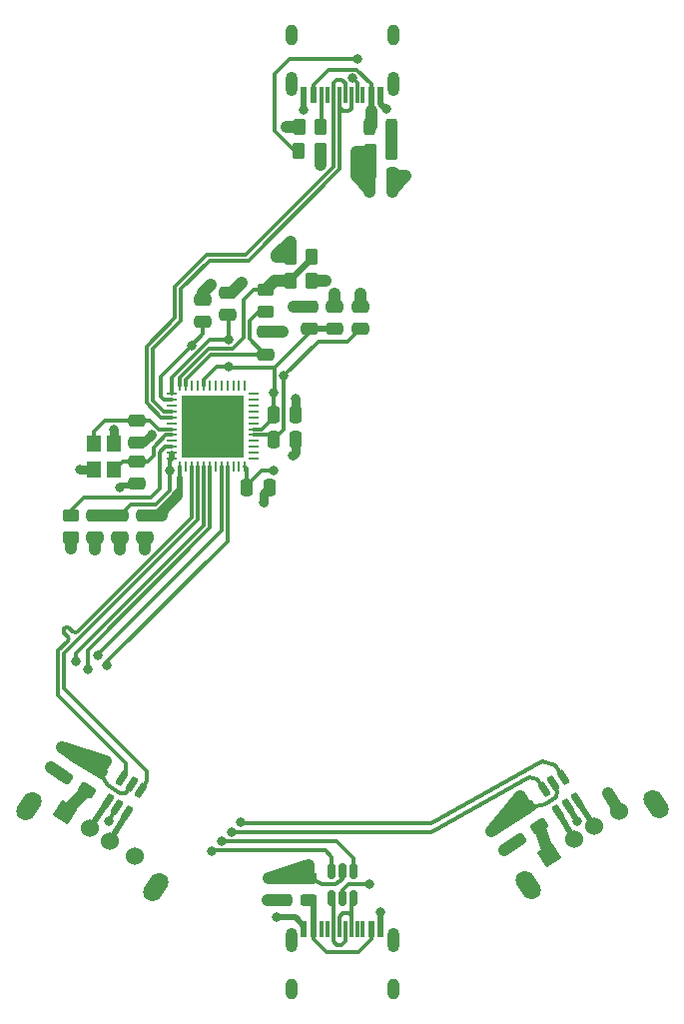
<source format=gbr>
%TF.GenerationSoftware,KiCad,Pcbnew,(6.0.8)*%
%TF.CreationDate,2022-12-04T22:26:40-08:00*%
%TF.ProjectId,Anduril USB Hub,416e6475-7269-46c2-9055-534220487562,rev?*%
%TF.SameCoordinates,Original*%
%TF.FileFunction,Copper,L1,Top*%
%TF.FilePolarity,Positive*%
%FSLAX46Y46*%
G04 Gerber Fmt 4.6, Leading zero omitted, Abs format (unit mm)*
G04 Created by KiCad (PCBNEW (6.0.8)) date 2022-12-04 22:26:40*
%MOMM*%
%LPD*%
G01*
G04 APERTURE LIST*
G04 Aperture macros list*
%AMRoundRect*
0 Rectangle with rounded corners*
0 $1 Rounding radius*
0 $2 $3 $4 $5 $6 $7 $8 $9 X,Y pos of 4 corners*
0 Add a 4 corners polygon primitive as box body*
4,1,4,$2,$3,$4,$5,$6,$7,$8,$9,$2,$3,0*
0 Add four circle primitives for the rounded corners*
1,1,$1+$1,$2,$3*
1,1,$1+$1,$4,$5*
1,1,$1+$1,$6,$7*
1,1,$1+$1,$8,$9*
0 Add four rect primitives between the rounded corners*
20,1,$1+$1,$2,$3,$4,$5,0*
20,1,$1+$1,$4,$5,$6,$7,0*
20,1,$1+$1,$6,$7,$8,$9,0*
20,1,$1+$1,$8,$9,$2,$3,0*%
%AMHorizOval*
0 Thick line with rounded ends*
0 $1 width*
0 $2 $3 position (X,Y) of the first rounded end (center of the circle)*
0 $4 $5 position (X,Y) of the second rounded end (center of the circle)*
0 Add line between two ends*
20,1,$1,$2,$3,$4,$5,0*
0 Add two circle primitives to create the rounded ends*
1,1,$1,$2,$3*
1,1,$1,$4,$5*%
%AMRotRect*
0 Rectangle, with rotation*
0 The origin of the aperture is its center*
0 $1 length*
0 $2 width*
0 $3 Rotation angle, in degrees counterclockwise*
0 Add horizontal line*
21,1,$1,$2,0,0,$3*%
G04 Aperture macros list end*
%TA.AperFunction,SMDPad,CuDef*%
%ADD10RoundRect,0.250000X-0.534936X-0.044369X-0.266286X-0.466065X0.534936X0.044369X0.266286X0.466065X0*%
%TD*%
%TA.AperFunction,ComponentPad*%
%ADD11RotRect,1.524000X1.524000X32.500000*%
%TD*%
%TA.AperFunction,ComponentPad*%
%ADD12C,1.524000*%
%TD*%
%TA.AperFunction,ComponentPad*%
%ADD13HorizOval,1.600000X-0.268650X0.421696X0.268650X-0.421696X0*%
%TD*%
%TA.AperFunction,SMDPad,CuDef*%
%ADD14RoundRect,0.250000X-0.475000X0.250000X-0.475000X-0.250000X0.475000X-0.250000X0.475000X0.250000X0*%
%TD*%
%TA.AperFunction,SMDPad,CuDef*%
%ADD15RoundRect,0.150000X0.401875X-0.351643X-0.148857X0.512833X-0.401875X0.351643X0.148857X-0.512833X0*%
%TD*%
%TA.AperFunction,SMDPad,CuDef*%
%ADD16RoundRect,0.243750X0.456250X-0.243750X0.456250X0.243750X-0.456250X0.243750X-0.456250X-0.243750X0*%
%TD*%
%TA.AperFunction,SMDPad,CuDef*%
%ADD17RoundRect,0.250000X0.262500X0.450000X-0.262500X0.450000X-0.262500X-0.450000X0.262500X-0.450000X0*%
%TD*%
%TA.AperFunction,SMDPad,CuDef*%
%ADD18RoundRect,0.250000X-0.262500X-0.450000X0.262500X-0.450000X0.262500X0.450000X-0.262500X0.450000X0*%
%TD*%
%TA.AperFunction,SMDPad,CuDef*%
%ADD19RoundRect,0.250000X-0.450000X0.262500X-0.450000X-0.262500X0.450000X-0.262500X0.450000X0.262500X0*%
%TD*%
%TA.AperFunction,SMDPad,CuDef*%
%ADD20RoundRect,0.250000X0.475000X-0.250000X0.475000X0.250000X-0.475000X0.250000X-0.475000X-0.250000X0*%
%TD*%
%TA.AperFunction,SMDPad,CuDef*%
%ADD21RoundRect,0.150000X0.150000X-0.512500X0.150000X0.512500X-0.150000X0.512500X-0.150000X-0.512500X0*%
%TD*%
%TA.AperFunction,SMDPad,CuDef*%
%ADD22RoundRect,0.243750X0.253831X-0.450720X0.515764X-0.039566X-0.253831X0.450720X-0.515764X0.039566X0*%
%TD*%
%TA.AperFunction,SMDPad,CuDef*%
%ADD23R,0.600000X1.450000*%
%TD*%
%TA.AperFunction,SMDPad,CuDef*%
%ADD24R,0.300000X1.450000*%
%TD*%
%TA.AperFunction,ComponentPad*%
%ADD25O,1.000000X2.100000*%
%TD*%
%TA.AperFunction,ComponentPad*%
%ADD26O,1.000000X1.800000*%
%TD*%
%TA.AperFunction,SMDPad,CuDef*%
%ADD27RoundRect,0.250000X-0.250000X-0.475000X0.250000X-0.475000X0.250000X0.475000X-0.250000X0.475000X0*%
%TD*%
%TA.AperFunction,SMDPad,CuDef*%
%ADD28RoundRect,0.062500X0.062500X-0.337500X0.062500X0.337500X-0.062500X0.337500X-0.062500X-0.337500X0*%
%TD*%
%TA.AperFunction,SMDPad,CuDef*%
%ADD29RoundRect,0.062500X0.337500X-0.062500X0.337500X0.062500X-0.337500X0.062500X-0.337500X-0.062500X0*%
%TD*%
%TA.AperFunction,SMDPad,CuDef*%
%ADD30R,5.300000X5.300000*%
%TD*%
%TA.AperFunction,ComponentPad*%
%ADD31RotRect,1.524000X1.524000X327.500000*%
%TD*%
%TA.AperFunction,ComponentPad*%
%ADD32HorizOval,1.600000X-0.268650X-0.421696X0.268650X0.421696X0*%
%TD*%
%TA.AperFunction,SMDPad,CuDef*%
%ADD33RoundRect,0.243750X-0.243750X-0.456250X0.243750X-0.456250X0.243750X0.456250X-0.243750X0.456250X0*%
%TD*%
%TA.AperFunction,SMDPad,CuDef*%
%ADD34R,1.200000X1.400000*%
%TD*%
%TA.AperFunction,SMDPad,CuDef*%
%ADD35RoundRect,0.250000X-0.266286X0.466065X-0.534936X0.044369X0.266286X-0.466065X0.534936X-0.044369X0*%
%TD*%
%TA.AperFunction,SMDPad,CuDef*%
%ADD36RoundRect,0.150000X-0.148857X-0.512833X0.401875X0.351643X0.148857X0.512833X-0.401875X-0.351643X0*%
%TD*%
%TA.AperFunction,SMDPad,CuDef*%
%ADD37RoundRect,0.243750X0.515764X0.039566X0.253831X0.450720X-0.515764X-0.039566X-0.253831X-0.450720X0*%
%TD*%
%TA.AperFunction,ViaPad*%
%ADD38C,0.800000*%
%TD*%
%TA.AperFunction,ViaPad*%
%ADD39C,0.700000*%
%TD*%
%TA.AperFunction,Conductor*%
%ADD40C,1.000000*%
%TD*%
%TA.AperFunction,Conductor*%
%ADD41C,0.500000*%
%TD*%
%TA.AperFunction,Conductor*%
%ADD42C,0.300000*%
%TD*%
%TA.AperFunction,Conductor*%
%ADD43C,0.750000*%
%TD*%
G04 APERTURE END LIST*
D10*
%TO.P,C19,1*%
%TO.N,+5V*%
X126189565Y-99298778D03*
%TO.P,C19,2*%
%TO.N,GND*%
X127210435Y-100901222D03*
%TD*%
D11*
%TO.P,J4,1,VBUS*%
%TO.N,Net-(F4-Pad1)*%
X129968048Y-102118948D03*
D12*
%TO.P,J4,2,D-*%
%TO.N,Net-(J4-Pad2)*%
X132076527Y-100775699D03*
%TO.P,J4,3,D+*%
%TO.N,Net-(J4-Pad3)*%
X133763310Y-99701100D03*
%TO.P,J4,4,GND*%
%TO.N,GND*%
X135871788Y-98357851D03*
D13*
%TO.P,J4,5,Shield*%
%TO.N,unconnected-(J4-Pad5)*%
X138962383Y-97811752D03*
X128166972Y-104689187D03*
%TD*%
D14*
%TO.P,C6,1*%
%TO.N,+5V*%
X95638342Y-73306379D03*
%TO.P,C6,2*%
%TO.N,GND*%
X95638342Y-75206379D03*
%TD*%
D15*
%TO.P,U4,1,I/O1*%
%TO.N,Net-(J4-Pad2)*%
X130709956Y-98469792D03*
%TO.P,U4,2,GND*%
%TO.N,GND*%
X131511178Y-97959358D03*
%TO.P,U4,3,I/O2*%
%TO.N,Net-(J4-Pad3)*%
X132312400Y-97448923D03*
%TO.P,U4,4,I/O2*%
%TO.N,P3 D+*%
X131090044Y-95530208D03*
%TO.P,U4,5,VBUS*%
%TO.N,+5V*%
X130288822Y-96040642D03*
%TO.P,U4,6,I/O1*%
%TO.N,P3 D-*%
X129487600Y-96551077D03*
%TD*%
D16*
%TO.P,F3,1*%
%TO.N,Net-(F3-Pad1)*%
X109550000Y-105937500D03*
%TO.P,F3,2*%
%TO.N,+5V*%
X109550000Y-104062500D03*
%TD*%
D17*
%TO.P,FB1,1*%
%TO.N,Net-(F1-Pad2)*%
X116562500Y-42475000D03*
%TO.P,FB1,2*%
%TO.N,+5V*%
X114737500Y-42475000D03*
%TD*%
D18*
%TO.P,R1,1*%
%TO.N,Net-(J1-PadA5)*%
X108712500Y-42450000D03*
%TO.P,R1,2*%
%TO.N,GND*%
X110537500Y-42450000D03*
%TD*%
D19*
%TO.P,R3,1*%
%TO.N,Net-(R3-Pad1)*%
X89388342Y-73343879D03*
%TO.P,R3,2*%
%TO.N,GND*%
X89388342Y-75168879D03*
%TD*%
D20*
%TO.P,C14,1*%
%TO.N,VDD33*%
X111738342Y-57506379D03*
%TO.P,C14,2*%
%TO.N,GND*%
X111738342Y-55606379D03*
%TD*%
D21*
%TO.P,U3,1,I/O1*%
%TO.N,Net-(J3-PadA7)*%
X111450000Y-105737500D03*
%TO.P,U3,2,GND*%
%TO.N,GND*%
X112400000Y-105737500D03*
%TO.P,U3,3,I/O2*%
%TO.N,Net-(J3-PadA6)*%
X113350000Y-105737500D03*
%TO.P,U3,4,I/O2*%
%TO.N,P2 D+*%
X113350000Y-103462500D03*
%TO.P,U3,5,VBUS*%
%TO.N,+5V*%
X112400000Y-103462500D03*
%TO.P,U3,6,I/O1*%
%TO.N,P2 D-*%
X111450000Y-103462500D03*
%TD*%
D22*
%TO.P,F2,1*%
%TO.N,Net-(F2-Pad1)*%
X90696282Y-96590679D03*
%TO.P,F2,2*%
%TO.N,+5V*%
X91703718Y-95009321D03*
%TD*%
D14*
%TO.P,C12,1*%
%TO.N,VDD33*%
X91438342Y-73306379D03*
%TO.P,C12,2*%
%TO.N,GND*%
X91438342Y-75206379D03*
%TD*%
D23*
%TO.P,J3,A1,GND*%
%TO.N,GND*%
X109138342Y-108361379D03*
%TO.P,J3,A4,VBUS*%
%TO.N,Net-(F3-Pad1)*%
X109938342Y-108361379D03*
D24*
%TO.P,J3,A5,CC1*%
%TO.N,unconnected-(J3-PadA5)*%
X111138342Y-108361379D03*
%TO.P,J3,A6,D+*%
%TO.N,Net-(J3-PadA6)*%
X112138342Y-108361379D03*
%TO.P,J3,A7,D-*%
%TO.N,Net-(J3-PadA7)*%
X112638342Y-108361379D03*
%TO.P,J3,A8,SBU1*%
%TO.N,unconnected-(J3-PadA8)*%
X113638342Y-108361379D03*
D23*
%TO.P,J3,A9,VBUS*%
%TO.N,Net-(F3-Pad1)*%
X114838342Y-108361379D03*
%TO.P,J3,A12,GND*%
%TO.N,GND*%
X115638342Y-108361379D03*
%TO.P,J3,B1,GND*%
X115638342Y-108361379D03*
%TO.P,J3,B4,VBUS*%
%TO.N,Net-(F3-Pad1)*%
X114838342Y-108361379D03*
D24*
%TO.P,J3,B5,CC2*%
%TO.N,unconnected-(J3-PadB5)*%
X114138342Y-108361379D03*
%TO.P,J3,B6,D+*%
%TO.N,Net-(J3-PadA6)*%
X113138342Y-108361379D03*
%TO.P,J3,B7,D-*%
%TO.N,Net-(J3-PadA7)*%
X111638342Y-108361379D03*
%TO.P,J3,B8,SBU2*%
%TO.N,unconnected-(J3-PadB8)*%
X110638342Y-108361379D03*
D23*
%TO.P,J3,B9,VBUS*%
%TO.N,Net-(F3-Pad1)*%
X109938342Y-108361379D03*
%TO.P,J3,B12,GND*%
%TO.N,GND*%
X109138342Y-108361379D03*
D25*
%TO.P,J3,S1,SHIELD*%
%TO.N,unconnected-(J3-PadS1)*%
X116708342Y-109276379D03*
X108068342Y-109276379D03*
D26*
X108068342Y-113456379D03*
X116708342Y-113456379D03*
%TD*%
D27*
%TO.P,C13,1*%
%TO.N,VDD33*%
X104288342Y-70981379D03*
%TO.P,C13,2*%
%TO.N,GND*%
X106188342Y-70981379D03*
%TD*%
D28*
%TO.P,U1,1,VBAT*%
%TO.N,+5V*%
X98638342Y-69206379D03*
%TO.P,U1,2,NC*%
%TO.N,unconnected-(U1-Pad2)*%
X99138342Y-69206379D03*
%TO.P,U1,3,SWAP_USBDN1_DM/PRT_DIS_M1*%
%TO.N,P1 D-*%
X99638342Y-69206379D03*
%TO.P,U1,4,SWAP_USBDN1_DP/PRT_DIS_P1*%
%TO.N,P1 D+*%
X100138342Y-69206379D03*
%TO.P,U1,5,USBDN2_DM/PRT_DIS_M2*%
%TO.N,P2 D-*%
X100638342Y-69206379D03*
%TO.P,U1,6,USBDN2_DP/PRT_DIS_P2*%
%TO.N,P2 D+*%
X101138342Y-69206379D03*
%TO.P,U1,7,NC*%
%TO.N,unconnected-(U1-Pad7)*%
X101638342Y-69206379D03*
%TO.P,U1,8,USBDN3_DM/PRT_DIS_M3*%
%TO.N,P3 D-*%
X102138342Y-69206379D03*
%TO.P,U1,9,USBDN3_DP/PRT_DIS_P3*%
%TO.N,P3 D+*%
X102638342Y-69206379D03*
%TO.P,U1,10,USBDN4_DM/PRT_DIS_M4*%
%TO.N,P4 D-*%
X103138342Y-69206379D03*
%TO.P,U1,11,USBDN4_DP/PRT_DIS_P4*%
%TO.N,P4 D+*%
X103638342Y-69206379D03*
%TO.P,U1,12,VDDA33*%
%TO.N,VDD33*%
X104138342Y-69206379D03*
D29*
%TO.P,U1,13,SOF*%
%TO.N,unconnected-(U1-Pad13)*%
X104838342Y-68506379D03*
%TO.P,U1,14,SUSPEND*%
%TO.N,unconnected-(U1-Pad14)*%
X104838342Y-68006379D03*
%TO.P,U1,15,PRTPWR1/PRTCTL1*%
%TO.N,unconnected-(U1-Pad15)*%
X104838342Y-67506379D03*
%TO.P,U1,16,OCS1_N*%
%TO.N,unconnected-(U1-Pad16)*%
X104838342Y-67006379D03*
%TO.P,U1,17,VDDCR12*%
%TO.N,VDD12*%
X104838342Y-66506379D03*
%TO.P,U1,18,VDD33*%
%TO.N,VDD33*%
X104838342Y-66006379D03*
%TO.P,U1,19,PRTPWR2/PRTCTL2*%
%TO.N,unconnected-(U1-Pad19)*%
X104838342Y-65506379D03*
%TO.P,U1,20,OCS2_N*%
%TO.N,unconnected-(U1-Pad20)*%
X104838342Y-65006379D03*
%TO.P,U1,21,PRTPWR3/PRTCTL3*%
%TO.N,unconnected-(U1-Pad21)*%
X104838342Y-64506379D03*
%TO.P,U1,22,NC*%
%TO.N,unconnected-(U1-Pad22)*%
X104838342Y-64006379D03*
%TO.P,U1,23,NC*%
%TO.N,unconnected-(U1-Pad23)*%
X104838342Y-63506379D03*
%TO.P,U1,24,SPI_DI*%
%TO.N,unconnected-(U1-Pad24)*%
X104838342Y-63006379D03*
D28*
%TO.P,U1,25,SPI_CE_N*%
%TO.N,unconnected-(U1-Pad25)*%
X104138342Y-62306379D03*
%TO.P,U1,26,SPI_DO/SPI_SPD_SEL*%
%TO.N,unconnected-(U1-Pad26)*%
X103638342Y-62306379D03*
%TO.P,U1,27,SPI_CLK*%
%TO.N,unconnected-(U1-Pad27)*%
X103138342Y-62306379D03*
%TO.P,U1,28,UART_RX/OCS3_N*%
%TO.N,unconnected-(U1-Pad28)*%
X102638342Y-62306379D03*
%TO.P,U1,29,PRTPWR4/PRTCTL4*%
%TO.N,unconnected-(U1-Pad29)*%
X102138342Y-62306379D03*
%TO.P,U1,30,UART_TX/OCS4_N*%
%TO.N,unconnected-(U1-Pad30)*%
X101638342Y-62306379D03*
%TO.P,U1,31,SDA/SMBDATA*%
%TO.N,unconnected-(U1-Pad31)*%
X101138342Y-62306379D03*
%TO.P,U1,32,VDD33*%
%TO.N,VDD33*%
X100638342Y-62306379D03*
%TO.P,U1,33,SCL/SMBCLK*%
%TO.N,unconnected-(U1-Pad33)*%
X100138342Y-62306379D03*
%TO.P,U1,34,NC*%
%TO.N,unconnected-(U1-Pad34)*%
X99638342Y-62306379D03*
%TO.P,U1,35,RESET_N*%
%TO.N,RESET*%
X99138342Y-62306379D03*
%TO.P,U1,36,VBUS_DET*%
%TO.N,+3V3*%
X98638342Y-62306379D03*
D29*
%TO.P,U1,37,VDDA33*%
%TO.N,VDD33*%
X97938342Y-63006379D03*
%TO.P,U1,38,VDD12*%
%TO.N,VDD12*%
X97938342Y-63506379D03*
%TO.P,U1,39,FLEX_HSIC_UP_STROBE*%
%TO.N,unconnected-(U1-Pad39)*%
X97938342Y-64006379D03*
%TO.P,U1,40,FLEX_USBUP_DM/PRT_DIS_M0*%
%TO.N,UP D-*%
X97938342Y-64506379D03*
%TO.P,U1,41,FLEX_USBUP_DP/PRT_DIS_P0*%
%TO.N,UP D+*%
X97938342Y-65006379D03*
%TO.P,U1,42,FLEX_HSIC_UP_DATA*%
%TO.N,unconnected-(U1-Pad42)*%
X97938342Y-65506379D03*
%TO.P,U1,43,XTAL2*%
%TO.N,XTAL2*%
X97938342Y-66006379D03*
%TO.P,U1,44,XTAL1/REFCLK*%
%TO.N,XTAL1*%
X97938342Y-66506379D03*
%TO.P,U1,45,NC*%
%TO.N,unconnected-(U1-Pad45)*%
X97938342Y-67006379D03*
%TO.P,U1,46,RBIAS*%
%TO.N,Net-(R3-Pad1)*%
X97938342Y-67506379D03*
%TO.P,U1,47,VDDCOREREG*%
%TO.N,VDD33*%
X97938342Y-68006379D03*
%TO.P,U1,48,VDDA33*%
X97938342Y-68506379D03*
D30*
%TO.P,U1,49,EPAD*%
%TO.N,GND*%
X101388342Y-65756379D03*
%TD*%
D20*
%TO.P,C16,1*%
%TO.N,VDD12*%
X100588342Y-56906379D03*
%TO.P,C16,2*%
%TO.N,GND*%
X100588342Y-55006379D03*
%TD*%
%TO.P,C9,1*%
%TO.N,VDD33*%
X109588342Y-57506379D03*
%TO.P,C9,2*%
%TO.N,GND*%
X109588342Y-55606379D03*
%TD*%
%TO.P,C3,1*%
%TO.N,GND*%
X94988342Y-67156379D03*
%TO.P,C3,2*%
%TO.N,XTAL2*%
X94988342Y-65256379D03*
%TD*%
D27*
%TO.P,C15,1*%
%TO.N,VDD12*%
X106538342Y-66906379D03*
%TO.P,C15,2*%
%TO.N,GND*%
X108438342Y-66906379D03*
%TD*%
D31*
%TO.P,J2,1,VBUS*%
%TO.N,Net-(F2-Pad1)*%
X88904897Y-98473916D03*
D12*
%TO.P,J2,2,D-*%
%TO.N,Net-(J2-Pad2)*%
X91013376Y-99817165D03*
%TO.P,J2,3,D+*%
%TO.N,Net-(J2-Pad3)*%
X92700159Y-100891764D03*
%TO.P,J2,4,GND*%
%TO.N,GND*%
X94808637Y-102235013D03*
D32*
%TO.P,J2,5,Shield*%
%TO.N,unconnected-(J2-Pad5)*%
X85814302Y-97927817D03*
X96609713Y-104805252D03*
%TD*%
D14*
%TO.P,C4,1*%
%TO.N,GND*%
X105888342Y-57756379D03*
%TO.P,C4,2*%
%TO.N,RESET*%
X105888342Y-59656379D03*
%TD*%
D33*
%TO.P,F1,1*%
%TO.N,VCC*%
X114700842Y-40406379D03*
%TO.P,F1,2*%
%TO.N,Net-(F1-Pad2)*%
X116575842Y-40406379D03*
%TD*%
D23*
%TO.P,J1,A1,GND*%
%TO.N,GND*%
X115638342Y-37701379D03*
%TO.P,J1,A4,VBUS*%
%TO.N,VCC*%
X114838342Y-37701379D03*
D24*
%TO.P,J1,A5,CC1*%
%TO.N,Net-(J1-PadA5)*%
X113638342Y-37701379D03*
%TO.P,J1,A6,D+*%
%TO.N,UP D+*%
X112638342Y-37701379D03*
%TO.P,J1,A7,D-*%
%TO.N,UP D-*%
X112138342Y-37701379D03*
%TO.P,J1,A8,SBU1*%
%TO.N,unconnected-(J1-PadA8)*%
X111138342Y-37701379D03*
D23*
%TO.P,J1,A9,VBUS*%
%TO.N,VCC*%
X109938342Y-37701379D03*
%TO.P,J1,A12,GND*%
%TO.N,GND*%
X109138342Y-37701379D03*
%TO.P,J1,B1,GND*%
X109138342Y-37701379D03*
%TO.P,J1,B4,VBUS*%
%TO.N,VCC*%
X109938342Y-37701379D03*
D24*
%TO.P,J1,B5,CC2*%
%TO.N,Net-(J1-PadB5)*%
X110638342Y-37701379D03*
%TO.P,J1,B6,D+*%
%TO.N,UP D+*%
X111638342Y-37701379D03*
%TO.P,J1,B7,D-*%
%TO.N,UP D-*%
X113138342Y-37701379D03*
%TO.P,J1,B8,SBU2*%
%TO.N,unconnected-(J1-PadB8)*%
X114138342Y-37701379D03*
D23*
%TO.P,J1,B9,VBUS*%
%TO.N,VCC*%
X114838342Y-37701379D03*
%TO.P,J1,B12,GND*%
%TO.N,GND*%
X115638342Y-37701379D03*
D26*
%TO.P,J1,S1,SHIELD*%
%TO.N,unconnected-(J1-PadS1)*%
X116708342Y-32606379D03*
D25*
X116708342Y-36786379D03*
X108068342Y-36786379D03*
D26*
X108068342Y-32606379D03*
%TD*%
D34*
%TO.P,Y1,1,1*%
%TO.N,XTAL1*%
X93013342Y-69456379D03*
%TO.P,Y1,2,2*%
%TO.N,GND*%
X93013342Y-67256379D03*
%TO.P,Y1,3,3*%
%TO.N,XTAL2*%
X91313342Y-67256379D03*
%TO.P,Y1,4,4*%
%TO.N,GND*%
X91313342Y-69456379D03*
%TD*%
D20*
%TO.P,C8,1*%
%TO.N,VDD33*%
X102688342Y-56306379D03*
%TO.P,C8,2*%
%TO.N,GND*%
X102688342Y-54406379D03*
%TD*%
%TO.P,C17,1*%
%TO.N,VDD12*%
X113888342Y-57506379D03*
%TO.P,C17,2*%
%TO.N,GND*%
X113888342Y-55606379D03*
%TD*%
D35*
%TO.P,C1,1*%
%TO.N,+5V*%
X89810435Y-93798778D03*
%TO.P,C1,2*%
%TO.N,GND*%
X88789565Y-95401222D03*
%TD*%
D18*
%TO.P,R4,1*%
%TO.N,+5V*%
X107975842Y-51406379D03*
%TO.P,R4,2*%
%TO.N,+3V3*%
X109800842Y-51406379D03*
%TD*%
D14*
%TO.P,C5,1*%
%TO.N,+5V*%
X107400000Y-104050000D03*
%TO.P,C5,2*%
%TO.N,GND*%
X107400000Y-105950000D03*
%TD*%
D36*
%TO.P,U2,1,I/O1*%
%TO.N,Net-(J2-Pad2)*%
X92487600Y-97548923D03*
%TO.P,U2,2,GND*%
%TO.N,GND*%
X93288822Y-98059358D03*
%TO.P,U2,3,I/O2*%
%TO.N,Net-(J2-Pad3)*%
X94090044Y-98569792D03*
%TO.P,U2,4,I/O2*%
%TO.N,P1 D+*%
X95312400Y-96651077D03*
%TO.P,U2,5,VBUS*%
%TO.N,+5V*%
X94511178Y-96140642D03*
%TO.P,U2,6,I/O1*%
%TO.N,P1 D-*%
X93709956Y-95630208D03*
%TD*%
D27*
%TO.P,C7,1*%
%TO.N,+5V*%
X114725000Y-44575000D03*
%TO.P,C7,2*%
%TO.N,GND*%
X116625000Y-44575000D03*
%TD*%
D14*
%TO.P,C10,1*%
%TO.N,VDD33*%
X93538342Y-73306379D03*
%TO.P,C10,2*%
%TO.N,GND*%
X93538342Y-75206379D03*
%TD*%
D20*
%TO.P,C2,1*%
%TO.N,GND*%
X94988342Y-70631379D03*
%TO.P,C2,2*%
%TO.N,XTAL1*%
X94988342Y-68731379D03*
%TD*%
D19*
%TO.P,R6,1*%
%TO.N,+3V3*%
X105888342Y-54193879D03*
%TO.P,R6,2*%
%TO.N,RESET*%
X105888342Y-56018879D03*
%TD*%
D27*
%TO.P,C11,1*%
%TO.N,VDD33*%
X106538342Y-64756379D03*
%TO.P,C11,2*%
%TO.N,GND*%
X108438342Y-64756379D03*
%TD*%
D17*
%TO.P,R2,1*%
%TO.N,Net-(J1-PadB5)*%
X110550842Y-40406379D03*
%TO.P,R2,2*%
%TO.N,GND*%
X108725842Y-40406379D03*
%TD*%
D18*
%TO.P,R5,1*%
%TO.N,+3V3*%
X107975842Y-53456379D03*
%TO.P,R5,2*%
%TO.N,GND*%
X109800842Y-53456379D03*
%TD*%
D37*
%TO.P,F4,1*%
%TO.N,Net-(F4-Pad1)*%
X129103718Y-99690679D03*
%TO.P,F4,2*%
%TO.N,+5V*%
X128096282Y-98109321D03*
%TD*%
D38*
%TO.N,+5V*%
X106838342Y-51406379D03*
X109550000Y-102950000D03*
X107988342Y-50106379D03*
X113600000Y-44575000D03*
X114725000Y-45925000D03*
X92375000Y-94125000D03*
X106100000Y-104050000D03*
X97088342Y-73306379D03*
X113625000Y-42475000D03*
X125000000Y-100100000D03*
X127500000Y-97150000D03*
X88600000Y-93000000D03*
%TO.N,P2 D-*%
X89775000Y-85725000D03*
X101325000Y-101750000D03*
%TO.N,P2 D+*%
X90775000Y-86350000D03*
X102175000Y-100900000D03*
%TO.N,P3 D-*%
X91625000Y-85175000D03*
X103025000Y-100125000D03*
%TO.N,P3 D+*%
X92450000Y-86000000D03*
X103800000Y-99300000D03*
%TO.N,VDD12*%
X107438342Y-61506379D03*
X99584578Y-58902614D03*
%TO.N,VDD33*%
X106588342Y-69506379D03*
X102788342Y-60731879D03*
X102776195Y-58419732D03*
X97738342Y-69506379D03*
X106588342Y-62906379D03*
D39*
%TO.N,GND*%
X100750000Y-66425000D03*
D38*
X108288342Y-55606379D03*
D39*
X102075000Y-67750000D03*
D38*
X106825000Y-107350000D03*
X93038342Y-66006379D03*
X103838342Y-53606379D03*
X115625000Y-106975000D03*
X87675000Y-94675000D03*
X107625000Y-40400000D03*
X113888342Y-54556379D03*
X93513342Y-76206379D03*
X107288342Y-57756379D03*
D39*
X102075000Y-65100000D03*
D38*
X106050000Y-105950000D03*
D39*
X103400000Y-66450000D03*
D38*
X110938342Y-53456379D03*
X105688342Y-72206379D03*
D39*
X102075000Y-63775000D03*
D38*
X91438342Y-76206379D03*
X134900000Y-96900000D03*
X101238342Y-53806379D03*
D39*
X100750000Y-65100000D03*
X102075000Y-66425000D03*
D38*
X116100000Y-38900000D03*
D39*
X100725000Y-67750000D03*
X99425000Y-63775000D03*
D38*
X93488342Y-70956879D03*
X92550000Y-99250000D03*
D39*
X99425000Y-66450000D03*
D38*
X116600000Y-45925000D03*
X108438342Y-63406379D03*
X89388342Y-76156379D03*
X110550000Y-43625000D03*
D39*
X103400000Y-63775000D03*
D38*
X108138342Y-68256379D03*
X132300000Y-99200000D03*
X95638342Y-76206379D03*
X117750000Y-44575000D03*
X96204428Y-66432419D03*
D39*
X103400000Y-65100000D03*
X99425000Y-67750000D03*
X103400000Y-67750000D03*
D38*
X90138342Y-69456379D03*
X109060342Y-38956379D03*
X111738342Y-54556379D03*
X114700000Y-104550000D03*
D39*
X100750000Y-63775000D03*
D38*
X126100000Y-101700000D03*
D39*
X99425000Y-65125000D03*
D38*
%TO.N,Net-(J1-PadA5)*%
X113632342Y-34640879D03*
X113269958Y-36278879D03*
%TD*%
D40*
%TO.N,+5V*%
X127500000Y-97150000D02*
X125000000Y-100100000D01*
X106838342Y-51256379D02*
X107988342Y-50106379D01*
X126189565Y-99298778D02*
X125000000Y-100100000D01*
D41*
X98638342Y-71756379D02*
X98638342Y-70856379D01*
D40*
X128096282Y-98109321D02*
X127500000Y-97150000D01*
D42*
X91703718Y-95009321D02*
X92475000Y-96200000D01*
D40*
X107975842Y-50118879D02*
X107988342Y-50106379D01*
X91703718Y-95009321D02*
X89810435Y-93798778D01*
X113600000Y-44575000D02*
X113600000Y-42500000D01*
X114725000Y-44575000D02*
X114725000Y-43575000D01*
X106100000Y-104050000D02*
X109550000Y-102950000D01*
X107400000Y-104050000D02*
X106100000Y-104050000D01*
X91703718Y-95009321D02*
X92375000Y-94125000D01*
X113600000Y-43612500D02*
X114737500Y-42475000D01*
X113600000Y-44575000D02*
X113600000Y-43612500D01*
D41*
X96479764Y-73306379D02*
X95638342Y-73306379D01*
D42*
X114688342Y-45011379D02*
X114688342Y-44611658D01*
D40*
X107975842Y-51406379D02*
X107975842Y-50118879D01*
D42*
X130600000Y-96700000D02*
X130288822Y-96040642D01*
D40*
X92375000Y-94125000D02*
X88600000Y-93000000D01*
X114725000Y-44575000D02*
X114725000Y-45925000D01*
D41*
X98638342Y-71147801D02*
X96479764Y-73306379D01*
D42*
X92475000Y-96200000D02*
X93525000Y-96900000D01*
D40*
X114725000Y-43575000D02*
X113625000Y-42475000D01*
X109550000Y-104062500D02*
X109550000Y-102950000D01*
X114725000Y-44575000D02*
X113600000Y-44575000D01*
X95638342Y-73306379D02*
X97088342Y-73306379D01*
X114737500Y-42475000D02*
X114737500Y-44562500D01*
X114562500Y-44575000D02*
X113600000Y-43612500D01*
D42*
X129600000Y-97800000D02*
X130500000Y-97200000D01*
X128096282Y-98109321D02*
X129600000Y-97800000D01*
X93525000Y-96900000D02*
X94050000Y-96850000D01*
X130500000Y-97200000D02*
X130600000Y-96700000D01*
D41*
X98638342Y-70106379D02*
X98638342Y-70856379D01*
D40*
X106838342Y-51406379D02*
X106838342Y-51256379D01*
X114737500Y-44562500D02*
X114725000Y-44575000D01*
X114725000Y-45925000D02*
X114725000Y-45700000D01*
D42*
X109550000Y-104062500D02*
X110700000Y-104600000D01*
D40*
X89810435Y-93798778D02*
X88600000Y-93000000D01*
X114725000Y-45700000D02*
X113600000Y-44575000D01*
D42*
X111800000Y-104600000D02*
X112400000Y-104150000D01*
X114688342Y-44611658D02*
X114725000Y-44575000D01*
D40*
X107975842Y-51406379D02*
X106838342Y-51406379D01*
X114725000Y-44575000D02*
X114562500Y-44575000D01*
D41*
X97088342Y-73306379D02*
X98638342Y-71756379D01*
X98638342Y-70856379D02*
X98638342Y-71147801D01*
D40*
X126189565Y-99298778D02*
X128096282Y-98109321D01*
D42*
X112400000Y-104150000D02*
X112400000Y-103462500D01*
X98638342Y-69206379D02*
X98638342Y-70106379D01*
D40*
X113600000Y-42500000D02*
X113625000Y-42475000D01*
D42*
X94050000Y-96850000D02*
X94511178Y-96140642D01*
X110700000Y-104600000D02*
X111800000Y-104600000D01*
D40*
X109550000Y-104062500D02*
X107400000Y-104050000D01*
X114737500Y-42475000D02*
X113625000Y-42475000D01*
D42*
%TO.N,XTAL1*%
X96388342Y-68206379D02*
X96388342Y-67556379D01*
X97438342Y-66506379D02*
X97938342Y-66506379D01*
X94988342Y-68731379D02*
X93738342Y-68731379D01*
X93738342Y-68731379D02*
X93013342Y-69456379D01*
X95863342Y-68731379D02*
X96388342Y-68206379D01*
X96388342Y-67556379D02*
X97438342Y-66506379D01*
X94988342Y-68731379D02*
X95863342Y-68731379D01*
%TO.N,XTAL2*%
X91313342Y-66181379D02*
X92238342Y-65256379D01*
X92238342Y-65256379D02*
X94988342Y-65256379D01*
X96088342Y-65256379D02*
X94988342Y-65256379D01*
X96838342Y-66006379D02*
X96088342Y-65256379D01*
X97938342Y-66006379D02*
X96838342Y-66006379D01*
X91313342Y-67256379D02*
X91313342Y-66181379D01*
%TO.N,VCC*%
X109938342Y-36826379D02*
X111235342Y-35529379D01*
D40*
X114700842Y-40406379D02*
X114838342Y-40268879D01*
D42*
X111235342Y-35529379D02*
X113596746Y-35529379D01*
D40*
X114838342Y-40268879D02*
X114838342Y-39031379D01*
D42*
X113596746Y-35529379D02*
X114838342Y-36770975D01*
X109938342Y-37701379D02*
X109938342Y-36826379D01*
X114838342Y-36770975D02*
X114838342Y-37701379D01*
D41*
X114838342Y-37701379D02*
X114838342Y-39031379D01*
D40*
%TO.N,Net-(F2-Pad1)*%
X88904897Y-98473916D02*
X90696282Y-96590679D01*
D42*
%TO.N,Net-(F3-Pad1)*%
X111026963Y-110325000D02*
X113744721Y-110325000D01*
X113744721Y-110325000D02*
X114838342Y-109231379D01*
D41*
X109938342Y-108361379D02*
X109938342Y-106325842D01*
D42*
X114838342Y-109231379D02*
X114838342Y-108361379D01*
X109938342Y-109236379D02*
X111026963Y-110325000D01*
D41*
X109938342Y-106325842D02*
X109550000Y-105937500D01*
D42*
X109938342Y-108361379D02*
X109938342Y-109236379D01*
D40*
%TO.N,Net-(F4-Pad1)*%
X129968048Y-102118948D02*
X129103718Y-99690679D01*
D41*
%TO.N,Net-(J2-Pad2)*%
X91013376Y-99817165D02*
X92487600Y-97548923D01*
%TO.N,Net-(J2-Pad3)*%
X92700159Y-100891764D02*
X94090044Y-98569792D01*
%TO.N,+3V3*%
X107975842Y-53368879D02*
X109800842Y-51543879D01*
D42*
X103988342Y-55056379D02*
X103988342Y-58267540D01*
D40*
X106625842Y-53456379D02*
X105888342Y-54193879D01*
D42*
X103988342Y-58267540D02*
X103074503Y-59181379D01*
X101072873Y-59181379D02*
X98638342Y-61615910D01*
X104850842Y-54193879D02*
X103988342Y-55056379D01*
X98638342Y-61615910D02*
X98638342Y-62306379D01*
D41*
X107975842Y-53456379D02*
X107975842Y-53368879D01*
D40*
X107975842Y-53456379D02*
X106625842Y-53456379D01*
D42*
X105888342Y-54193879D02*
X104850842Y-54193879D01*
X103074503Y-59181379D02*
X101072873Y-59181379D01*
D41*
X109800842Y-51543879D02*
X109800842Y-51406379D01*
D42*
%TO.N,RESET*%
X99138342Y-62306379D02*
X99138342Y-61823016D01*
X105838342Y-59656379D02*
X105888342Y-59656379D01*
X105325842Y-56018879D02*
X104488342Y-56856379D01*
X104488342Y-58306379D02*
X105838342Y-59656379D01*
X104488342Y-56856379D02*
X104488342Y-58306379D01*
X105888342Y-59656379D02*
X105863342Y-59681379D01*
X99138342Y-61823016D02*
X101229979Y-59731379D01*
X105863342Y-59681379D02*
X105863342Y-59731379D01*
X105813342Y-59731379D02*
X105888342Y-59656379D01*
X101229979Y-59731379D02*
X105813342Y-59731379D01*
X105888342Y-56018879D02*
X105325842Y-56018879D01*
%TO.N,P1 D-*%
X88300000Y-84800000D02*
X89100000Y-84000000D01*
X89241424Y-82868629D02*
X89524267Y-83151472D01*
X99638342Y-73461658D02*
X99638342Y-69206379D01*
X89948531Y-83151472D02*
X89948530Y-83151471D01*
X88300000Y-88550000D02*
X88300000Y-84800000D01*
X93709956Y-95630208D02*
X94050000Y-95290164D01*
X94050000Y-95290164D02*
X94050000Y-94300000D01*
X89100000Y-83575736D02*
X88817158Y-83292894D01*
X89948530Y-83151471D02*
X99638342Y-73461658D01*
X89241424Y-82868630D02*
X89241424Y-82868629D01*
X94050000Y-94300000D02*
X88300000Y-88550000D01*
X88817196Y-82868668D02*
G75*
G03*
X88817158Y-83292894I212104J-212132D01*
G01*
X89099968Y-83575768D02*
G75*
G02*
X89100000Y-84000000I-212068J-212132D01*
G01*
X89241423Y-82868631D02*
G75*
G03*
X88817159Y-82868631I-212132J-212130D01*
G01*
X89948530Y-83151471D02*
G75*
G02*
X89524268Y-83151471I-212131J212131D01*
G01*
%TO.N,P1 D+*%
X100138342Y-73668764D02*
X100138342Y-69206379D01*
X95312400Y-96651077D02*
X95825000Y-95825000D01*
X95825000Y-95009888D02*
X88800000Y-87984888D01*
X88800000Y-85007106D02*
X100138342Y-73668764D01*
X95825000Y-95825000D02*
X95825000Y-95009888D01*
X88800000Y-87984888D02*
X88800000Y-85007106D01*
%TO.N,P2 D-*%
X89775000Y-85725000D02*
X89775000Y-85030755D01*
X100638342Y-74167413D02*
X100638342Y-69206379D01*
X101325000Y-101750000D02*
X101350000Y-101725000D01*
X111450000Y-102250000D02*
X111450000Y-103462500D01*
X101350000Y-101725000D02*
X111000000Y-101725000D01*
X111000000Y-101725000D02*
X111450000Y-102250000D01*
X89775000Y-85030755D02*
X100638342Y-74167413D01*
%TO.N,P2 D+*%
X90775000Y-86350000D02*
X90775000Y-84737861D01*
X102200000Y-100925000D02*
X111900000Y-100925000D01*
X111900000Y-100925000D02*
X113350000Y-102375000D01*
X102175000Y-100900000D02*
X102200000Y-100925000D01*
X113350000Y-102375000D02*
X113350000Y-103462500D01*
X90775000Y-84737861D02*
X101138342Y-74374519D01*
X101138342Y-74374519D02*
X101138342Y-69206379D01*
%TO.N,P3 D-*%
X91625000Y-85175000D02*
X91625000Y-85100000D01*
X91625000Y-85100000D02*
X102125000Y-74600000D01*
X129487600Y-96551077D02*
X128925000Y-95700000D01*
X128200000Y-95550000D02*
X119975000Y-100175000D01*
X102125000Y-74600000D02*
X102138342Y-69206379D01*
X128925000Y-95700000D02*
X128200000Y-95550000D01*
X119975000Y-100175000D02*
X103025000Y-100125000D01*
%TO.N,P3 D+*%
X92450000Y-85700000D02*
X102638342Y-75511658D01*
X129375000Y-94175000D02*
X130400000Y-94475000D01*
X119925000Y-99400000D02*
X129375000Y-94175000D01*
X130400000Y-94475000D02*
X131090044Y-95530208D01*
X103800000Y-99300000D02*
X103900000Y-99400000D01*
X92450000Y-86000000D02*
X92450000Y-85700000D01*
X102638342Y-75511658D02*
X102638342Y-69206379D01*
X103900000Y-99400000D02*
X119925000Y-99400000D01*
%TO.N,VDD12*%
X96988342Y-61531379D02*
X96988342Y-63256379D01*
X107438342Y-66006379D02*
X107438342Y-61506379D01*
X97238342Y-63506379D02*
X97938342Y-63506379D01*
X107438342Y-61506379D02*
X110344721Y-58600000D01*
X110344721Y-58600000D02*
X112794721Y-58600000D01*
X106138342Y-66506379D02*
X106538342Y-66906379D01*
X106538342Y-66906379D02*
X107438342Y-66006379D01*
X99584578Y-58902614D02*
X99584578Y-58935143D01*
X104838342Y-66506379D02*
X106138342Y-66506379D01*
X100588342Y-57898850D02*
X100588342Y-56906379D01*
X112794721Y-58600000D02*
X113888342Y-57506379D01*
X99584578Y-58902614D02*
X100588342Y-57898850D01*
X99584578Y-58935143D02*
X96988342Y-61531379D01*
X96988342Y-63256379D02*
X97238342Y-63506379D01*
%TO.N,UP D-*%
X112913342Y-39056379D02*
X113138342Y-38831379D01*
X112138342Y-37701379D02*
X112138342Y-38726379D01*
X97213485Y-64506379D02*
X97938342Y-64506379D01*
X101107106Y-51700000D02*
X98700000Y-54107106D01*
X104407106Y-51700000D02*
X101107106Y-51700000D01*
X98700000Y-54107106D02*
X98700000Y-56807106D01*
X113138342Y-38831379D02*
X113138342Y-37701379D01*
X112463342Y-39056379D02*
X112913342Y-39056379D01*
X112138342Y-37701379D02*
X112138342Y-43968764D01*
X112138342Y-38726379D02*
X112438342Y-39026379D01*
X112438342Y-39031379D02*
X112463342Y-39056379D01*
X112438342Y-39026379D02*
X112438342Y-39031379D01*
X96300000Y-63592894D02*
X97213485Y-64506379D01*
X98700000Y-56807106D02*
X96300000Y-59207106D01*
X112138342Y-43968764D02*
X104407106Y-51700000D01*
X96300000Y-59207106D02*
X96300000Y-63592894D01*
%TO.N,UP D+*%
X104200000Y-51200000D02*
X100900000Y-51200000D01*
X98200000Y-53900000D02*
X98200000Y-56600000D01*
X111638342Y-43761658D02*
X104200000Y-51200000D01*
X97006379Y-65006379D02*
X97938342Y-65006379D01*
X112638342Y-36682379D02*
X112638342Y-37701379D01*
X111638342Y-37701379D02*
X111638342Y-43761658D01*
X111925819Y-36388902D02*
X112344865Y-36388902D01*
X98200000Y-56600000D02*
X95800000Y-59000000D01*
X95800000Y-63800000D02*
X97006379Y-65006379D01*
X95800000Y-59000000D02*
X95800000Y-63800000D01*
X111638342Y-37701379D02*
X111638342Y-36676379D01*
X100900000Y-51200000D02*
X98200000Y-53900000D01*
X111638342Y-36676379D02*
X111925819Y-36388902D01*
X112344865Y-36388902D02*
X112638342Y-36682379D01*
D40*
%TO.N,Net-(F1-Pad2)*%
X116575842Y-40406379D02*
X116575842Y-42461658D01*
X116575842Y-42461658D02*
X116562500Y-42475000D01*
D42*
%TO.N,VDD33*%
X102776195Y-58419732D02*
X102788342Y-58407585D01*
X104288342Y-69356379D02*
X104288342Y-70981379D01*
X102776195Y-58419732D02*
X101127414Y-58419732D01*
X106588342Y-62906379D02*
X106588342Y-64706379D01*
X96556236Y-72381379D02*
X94463342Y-72381379D01*
X104288342Y-70756379D02*
X104288342Y-70981379D01*
X109588342Y-57856379D02*
X109588342Y-57506379D01*
X97738342Y-69506379D02*
X97738342Y-71199273D01*
X106613342Y-62881379D02*
X106613342Y-60781379D01*
D41*
X111738342Y-57506379D02*
X109588342Y-57506379D01*
D40*
X91438342Y-73306379D02*
X93538342Y-73306379D01*
D42*
X94463342Y-72381379D02*
X93538342Y-73306379D01*
X102788342Y-56406379D02*
X102688342Y-56306379D01*
X97738342Y-71199273D02*
X96556236Y-72381379D01*
X104838342Y-66006379D02*
X105538342Y-66006379D01*
X106538342Y-65006379D02*
X106538342Y-64756379D01*
X97888342Y-61656379D02*
X97888342Y-62956379D01*
X105538342Y-66006379D02*
X106538342Y-65006379D01*
X101729479Y-60731879D02*
X102788342Y-60731879D01*
X98335917Y-61208804D02*
X97888342Y-61656379D01*
X97888342Y-62956379D02*
X97938342Y-63006379D01*
X97738342Y-69506379D02*
X97738342Y-68706379D01*
X106588342Y-69506379D02*
X105538342Y-69506379D01*
X102788342Y-58407585D02*
X102788342Y-56406379D01*
X106663342Y-60781379D02*
X109588342Y-57856379D01*
X100638342Y-61823016D02*
X101729479Y-60731879D01*
D41*
X97938342Y-68506379D02*
X97938342Y-68106379D01*
D42*
X101127414Y-58419732D02*
X98338342Y-61208804D01*
X97738342Y-68706379D02*
X97938342Y-68506379D01*
X102837842Y-60781379D02*
X106663342Y-60781379D01*
X102788342Y-60731879D02*
X102837842Y-60781379D01*
X105538342Y-69506379D02*
X104288342Y-70756379D01*
X98338342Y-61208804D02*
X98335917Y-61208804D01*
X100638342Y-62306379D02*
X100638342Y-61823016D01*
X104138342Y-69206379D02*
X104288342Y-69356379D01*
X106588342Y-62906379D02*
X106613342Y-62881379D01*
X106588342Y-64706379D02*
X106538342Y-64756379D01*
D40*
%TO.N,GND*%
X105888342Y-57756379D02*
X107288342Y-57756379D01*
D41*
X116081963Y-38900000D02*
X115638342Y-38456379D01*
D40*
X110550000Y-43625000D02*
X110550000Y-42462500D01*
D41*
X94813342Y-70806379D02*
X94988342Y-70631379D01*
X109060342Y-38809379D02*
X109138342Y-38731379D01*
D43*
X108438342Y-63406379D02*
X108438342Y-64756379D01*
D40*
X116625000Y-45900000D02*
X116600000Y-45925000D01*
D41*
X109060342Y-38956379D02*
X109060342Y-38809379D01*
D40*
X93513342Y-75231379D02*
X93538342Y-75206379D01*
X100588342Y-54456379D02*
X101238342Y-53806379D01*
X113888342Y-55606379D02*
X113888342Y-54556379D01*
X116625000Y-44575000D02*
X116625000Y-45900000D01*
D41*
X109138342Y-108088342D02*
X108475000Y-107425000D01*
X131511178Y-97959358D02*
X132300000Y-99200000D01*
D40*
X110550000Y-42462500D02*
X110537500Y-42450000D01*
D41*
X109138342Y-38731379D02*
X109138342Y-37701379D01*
D43*
X105688342Y-72206379D02*
X105688342Y-71481379D01*
D42*
X114700000Y-104550000D02*
X112900000Y-104550000D01*
D40*
X127210435Y-100901222D02*
X126100000Y-101700000D01*
X89388342Y-75168879D02*
X89388342Y-76156379D01*
X116600000Y-45925000D02*
X116600000Y-45725000D01*
D42*
X93288822Y-98059358D02*
X92550000Y-99250000D01*
D43*
X91313342Y-69456379D02*
X90138342Y-69456379D01*
D41*
X108475000Y-107425000D02*
X108400000Y-107350000D01*
D40*
X111738342Y-55606379D02*
X111738342Y-54556379D01*
D43*
X108164709Y-68256379D02*
X108438342Y-67982746D01*
D40*
X107400000Y-105950000D02*
X106050000Y-105950000D01*
D41*
X109138342Y-108361379D02*
X109138342Y-108088342D01*
D40*
X109800842Y-53456379D02*
X110938342Y-53456379D01*
D41*
X108400000Y-107350000D02*
X106825000Y-107350000D01*
D42*
X112400000Y-105050000D02*
X112400000Y-105737500D01*
D40*
X107625000Y-40400000D02*
X107631379Y-40406379D01*
D43*
X96204428Y-66432419D02*
X95480468Y-67156379D01*
D40*
X100588342Y-55006379D02*
X100588342Y-54456379D01*
D41*
X115638342Y-108361379D02*
X115638342Y-106988342D01*
X93638842Y-70806379D02*
X94813342Y-70806379D01*
D40*
X88789565Y-95401222D02*
X87675000Y-94675000D01*
X95638342Y-76206379D02*
X95638342Y-75206379D01*
D43*
X95480468Y-67156379D02*
X94988342Y-67156379D01*
D40*
X93513342Y-76206379D02*
X93513342Y-75231379D01*
D43*
X93013342Y-66031379D02*
X93013342Y-67256379D01*
D42*
X112900000Y-104550000D02*
X112400000Y-105050000D01*
D40*
X135871788Y-98357851D02*
X134900000Y-96900000D01*
X102688342Y-54406379D02*
X103038342Y-54406379D01*
X103038342Y-54406379D02*
X103838342Y-53606379D01*
X116625000Y-44575000D02*
X117750000Y-44575000D01*
X107631379Y-40406379D02*
X108725842Y-40406379D01*
D41*
X115638342Y-106988342D02*
X115625000Y-106975000D01*
D40*
X91438342Y-75206379D02*
X91438342Y-76206379D01*
D43*
X93038342Y-66006379D02*
X93013342Y-66031379D01*
D40*
X109588342Y-55606379D02*
X108288342Y-55606379D01*
D43*
X108138342Y-68256379D02*
X108164709Y-68256379D01*
D41*
X115638342Y-38456379D02*
X115638342Y-37701379D01*
X116100000Y-38900000D02*
X116081963Y-38900000D01*
D43*
X108438342Y-67982746D02*
X108438342Y-66906379D01*
D40*
X116600000Y-45725000D02*
X117750000Y-44575000D01*
D43*
X105688342Y-71481379D02*
X106188342Y-70981379D01*
D41*
X93488342Y-70956879D02*
X93638842Y-70806379D01*
D42*
%TO.N,Net-(J1-PadA5)*%
X107891342Y-34628379D02*
X113619842Y-34628379D01*
X106638342Y-35881379D02*
X107891342Y-34628379D01*
X108712500Y-42450000D02*
X108325000Y-42450000D01*
X113638342Y-36647263D02*
X113638342Y-37701379D01*
X108325000Y-42450000D02*
X106638342Y-40763342D01*
X113269958Y-36278879D02*
X113638342Y-36647263D01*
X106638342Y-40763342D02*
X106638342Y-35881379D01*
X113619842Y-34628379D02*
X113632342Y-34640879D01*
%TO.N,Net-(J1-PadB5)*%
X110638342Y-40318879D02*
X110550842Y-40406379D01*
X110638342Y-37701379D02*
X110638342Y-40318879D01*
%TO.N,Net-(J3-PadA6)*%
X112908342Y-107056379D02*
X113138342Y-107286379D01*
X113138342Y-107286379D02*
X113138342Y-108361379D01*
X113138342Y-105949158D02*
X113350000Y-105737500D01*
X113138342Y-108361379D02*
X113138342Y-105949158D01*
X112418342Y-107056379D02*
X112908342Y-107056379D01*
X112138342Y-108361379D02*
X112138342Y-107336379D01*
X112138342Y-107336379D02*
X112418342Y-107056379D01*
%TO.N,Net-(J3-PadA7)*%
X112638342Y-108361379D02*
X112638342Y-109436379D01*
X111933342Y-109731379D02*
X111638342Y-109436379D01*
X111638342Y-105925842D02*
X111450000Y-105737500D01*
X111638342Y-109436379D02*
X111638342Y-108361379D01*
X112638342Y-109436379D02*
X112343342Y-109731379D01*
X112343342Y-109731379D02*
X111933342Y-109731379D01*
X111638342Y-108361379D02*
X111638342Y-105925842D01*
D41*
%TO.N,Net-(J4-Pad2)*%
X132076527Y-100775699D02*
X130709956Y-98469792D01*
%TO.N,Net-(J4-Pad3)*%
X133763310Y-99701100D02*
X132312400Y-97448923D01*
D42*
%TO.N,Net-(R3-Pad1)*%
X96138342Y-71806379D02*
X90488342Y-71806379D01*
X97938342Y-67506379D02*
X97338342Y-67506379D01*
X97338342Y-67506379D02*
X96888342Y-67956379D01*
X96888342Y-71056379D02*
X96138342Y-71806379D01*
X96888342Y-67956379D02*
X96888342Y-71056379D01*
X90488342Y-71806379D02*
X89388342Y-72906379D01*
X89388342Y-72906379D02*
X89388342Y-73343879D01*
%TD*%
M02*

</source>
